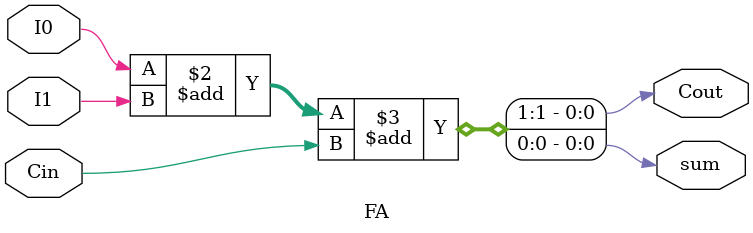
<source format=v>
module FA(I0, I1, Cin, sum, Cout);
input I0,I1, Cin;
output reg sum, Cout;


always @(*)
begin
	{Cout, sum} = I0 + I1 + Cin;
end

endmodule

</source>
